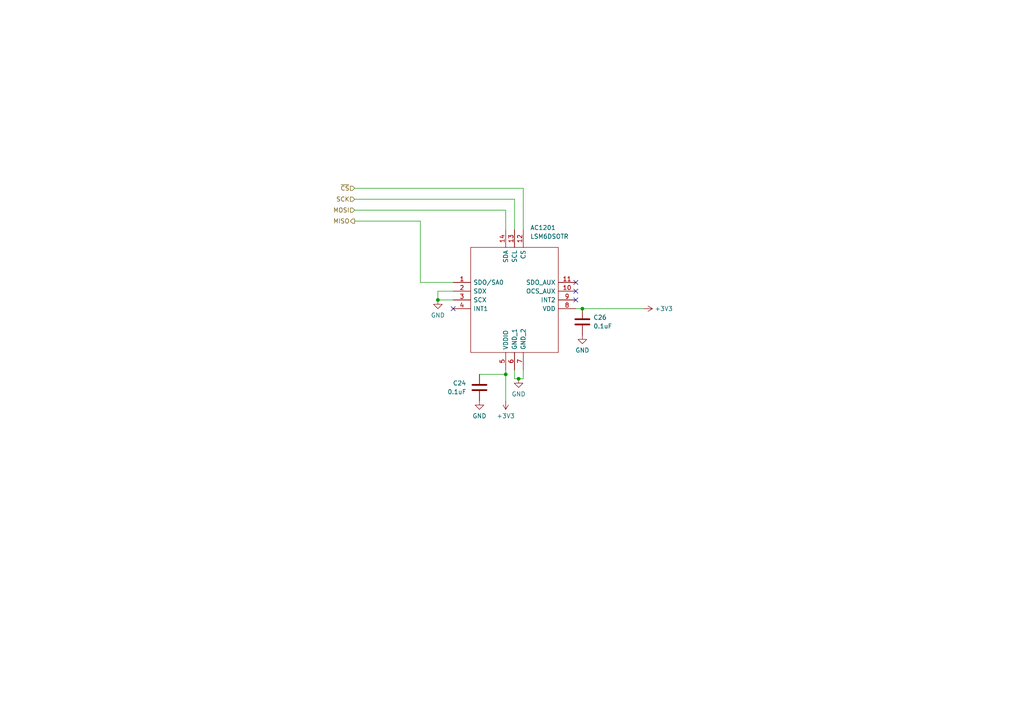
<source format=kicad_sch>
(kicad_sch (version 20230121) (generator eeschema)

  (uuid 122b5574-57fe-4d2d-80bf-3cabd28e7128)

  (paper "A4")

  (lib_symbols
    (symbol "Device:C" (pin_numbers hide) (pin_names (offset 0.254)) (in_bom yes) (on_board yes)
      (property "Reference" "C" (at 0.635 2.54 0)
        (effects (font (size 1.27 1.27)) (justify left))
      )
      (property "Value" "C" (at 0.635 -2.54 0)
        (effects (font (size 1.27 1.27)) (justify left))
      )
      (property "Footprint" "" (at 0.9652 -3.81 0)
        (effects (font (size 1.27 1.27)) hide)
      )
      (property "Datasheet" "~" (at 0 0 0)
        (effects (font (size 1.27 1.27)) hide)
      )
      (property "ki_keywords" "cap capacitor" (at 0 0 0)
        (effects (font (size 1.27 1.27)) hide)
      )
      (property "ki_description" "Unpolarized capacitor" (at 0 0 0)
        (effects (font (size 1.27 1.27)) hide)
      )
      (property "ki_fp_filters" "C_*" (at 0 0 0)
        (effects (font (size 1.27 1.27)) hide)
      )
      (symbol "C_0_1"
        (polyline
          (pts
            (xy -2.032 -0.762)
            (xy 2.032 -0.762)
          )
          (stroke (width 0.508) (type default))
          (fill (type none))
        )
        (polyline
          (pts
            (xy -2.032 0.762)
            (xy 2.032 0.762)
          )
          (stroke (width 0.508) (type default))
          (fill (type none))
        )
      )
      (symbol "C_1_1"
        (pin passive line (at 0 3.81 270) (length 2.794)
          (name "~" (effects (font (size 1.27 1.27))))
          (number "1" (effects (font (size 1.27 1.27))))
        )
        (pin passive line (at 0 -3.81 90) (length 2.794)
          (name "~" (effects (font (size 1.27 1.27))))
          (number "2" (effects (font (size 1.27 1.27))))
        )
      )
    )
    (symbol "LSM6DSOTR:LSM6DSOTR" (pin_names (offset 0.762)) (in_bom yes) (on_board yes)
      (property "Reference" "AC" (at 31.75 15.24 0)
        (effects (font (size 1.27 1.27)) (justify left))
      )
      (property "Value" "LSM6DSOTR" (at 31.75 12.7 0)
        (effects (font (size 1.27 1.27)) (justify left))
      )
      (property "Footprint" "LGA-14(2.5X3X0.86)" (at 31.75 10.16 0)
        (effects (font (size 1.27 1.27)) (justify left) hide)
      )
      (property "Datasheet" "https://www.st.com/resource/en/datasheet/lsm6dso.pdf" (at 31.75 7.62 0)
        (effects (font (size 1.27 1.27)) (justify left) hide)
      )
      (property "Description" "IMUs - Inertial Measurement Units iNEMO inertial module: 3D accelerometer and 3D gyroscope" (at 31.75 5.08 0)
        (effects (font (size 1.27 1.27)) (justify left) hide)
      )
      (property "Height" "" (at 31.75 2.54 0)
        (effects (font (size 1.27 1.27)) (justify left) hide)
      )
      (property "Mouser Part Number" "511-LSM6DSOTR" (at 31.75 0 0)
        (effects (font (size 1.27 1.27)) (justify left) hide)
      )
      (property "Mouser Price/Stock" "https://www.mouser.co.uk/ProductDetail/STMicroelectronics/LSM6DSOTR?qs=lc2O%252BfHJPVbD197C5c7oNw%3D%3D" (at 31.75 -2.54 0)
        (effects (font (size 1.27 1.27)) (justify left) hide)
      )
      (property "Manufacturer_Name" "STMicroelectronics" (at 31.75 -5.08 0)
        (effects (font (size 1.27 1.27)) (justify left) hide)
      )
      (property "Manufacturer_Part_Number" "LSM6DSOTR" (at 31.75 -7.62 0)
        (effects (font (size 1.27 1.27)) (justify left) hide)
      )
      (property "ki_description" "IMUs - Inertial Measurement Units iNEMO inertial module: 3D accelerometer and 3D gyroscope" (at 0 0 0)
        (effects (font (size 1.27 1.27)) hide)
      )
      (symbol "LSM6DSOTR_0_0"
        (pin passive line (at 0 0 0) (length 5.08)
          (name "SDO/SA0" (effects (font (size 1.27 1.27))))
          (number "1" (effects (font (size 1.27 1.27))))
        )
        (pin passive line (at 35.56 -2.54 180) (length 5.08)
          (name "OCS_AUX" (effects (font (size 1.27 1.27))))
          (number "10" (effects (font (size 1.27 1.27))))
        )
        (pin passive line (at 35.56 0 180) (length 5.08)
          (name "SDO_AUX" (effects (font (size 1.27 1.27))))
          (number "11" (effects (font (size 1.27 1.27))))
        )
        (pin passive line (at 20.32 15.24 270) (length 5.08)
          (name "CS" (effects (font (size 1.27 1.27))))
          (number "12" (effects (font (size 1.27 1.27))))
        )
        (pin passive line (at 17.78 15.24 270) (length 5.08)
          (name "SCL" (effects (font (size 1.27 1.27))))
          (number "13" (effects (font (size 1.27 1.27))))
        )
        (pin passive line (at 15.24 15.24 270) (length 5.08)
          (name "SDA" (effects (font (size 1.27 1.27))))
          (number "14" (effects (font (size 1.27 1.27))))
        )
        (pin passive line (at 0 -2.54 0) (length 5.08)
          (name "SDX" (effects (font (size 1.27 1.27))))
          (number "2" (effects (font (size 1.27 1.27))))
        )
        (pin passive line (at 0 -5.08 0) (length 5.08)
          (name "SCX" (effects (font (size 1.27 1.27))))
          (number "3" (effects (font (size 1.27 1.27))))
        )
        (pin passive line (at 0 -7.62 0) (length 5.08)
          (name "INT1" (effects (font (size 1.27 1.27))))
          (number "4" (effects (font (size 1.27 1.27))))
        )
        (pin passive line (at 15.24 -25.4 90) (length 5.08)
          (name "VDDIO" (effects (font (size 1.27 1.27))))
          (number "5" (effects (font (size 1.27 1.27))))
        )
        (pin passive line (at 17.78 -25.4 90) (length 5.08)
          (name "GND_1" (effects (font (size 1.27 1.27))))
          (number "6" (effects (font (size 1.27 1.27))))
        )
        (pin passive line (at 20.32 -25.4 90) (length 5.08)
          (name "GND_2" (effects (font (size 1.27 1.27))))
          (number "7" (effects (font (size 1.27 1.27))))
        )
        (pin passive line (at 35.56 -7.62 180) (length 5.08)
          (name "VDD" (effects (font (size 1.27 1.27))))
          (number "8" (effects (font (size 1.27 1.27))))
        )
        (pin passive line (at 35.56 -5.08 180) (length 5.08)
          (name "INT2" (effects (font (size 1.27 1.27))))
          (number "9" (effects (font (size 1.27 1.27))))
        )
      )
      (symbol "LSM6DSOTR_0_1"
        (polyline
          (pts
            (xy 5.08 10.16)
            (xy 30.48 10.16)
            (xy 30.48 -20.32)
            (xy 5.08 -20.32)
            (xy 5.08 10.16)
          )
          (stroke (width 0.1524) (type default))
          (fill (type none))
        )
      )
    )
    (symbol "power:+3.3V" (power) (pin_names (offset 0)) (in_bom yes) (on_board yes)
      (property "Reference" "#PWR" (at 0 -3.81 0)
        (effects (font (size 1.27 1.27)) hide)
      )
      (property "Value" "+3.3V" (at 0 3.556 0)
        (effects (font (size 1.27 1.27)))
      )
      (property "Footprint" "" (at 0 0 0)
        (effects (font (size 1.27 1.27)) hide)
      )
      (property "Datasheet" "" (at 0 0 0)
        (effects (font (size 1.27 1.27)) hide)
      )
      (property "ki_keywords" "power-flag" (at 0 0 0)
        (effects (font (size 1.27 1.27)) hide)
      )
      (property "ki_description" "Power symbol creates a global label with name \"+3.3V\"" (at 0 0 0)
        (effects (font (size 1.27 1.27)) hide)
      )
      (symbol "+3.3V_0_1"
        (polyline
          (pts
            (xy -0.762 1.27)
            (xy 0 2.54)
          )
          (stroke (width 0) (type default))
          (fill (type none))
        )
        (polyline
          (pts
            (xy 0 0)
            (xy 0 2.54)
          )
          (stroke (width 0) (type default))
          (fill (type none))
        )
        (polyline
          (pts
            (xy 0 2.54)
            (xy 0.762 1.27)
          )
          (stroke (width 0) (type default))
          (fill (type none))
        )
      )
      (symbol "+3.3V_1_1"
        (pin power_in line (at 0 0 90) (length 0) hide
          (name "+3V3" (effects (font (size 1.27 1.27))))
          (number "1" (effects (font (size 1.27 1.27))))
        )
      )
    )
    (symbol "power:GND" (power) (pin_names (offset 0)) (in_bom yes) (on_board yes)
      (property "Reference" "#PWR" (at 0 -6.35 0)
        (effects (font (size 1.27 1.27)) hide)
      )
      (property "Value" "GND" (at 0 -3.81 0)
        (effects (font (size 1.27 1.27)))
      )
      (property "Footprint" "" (at 0 0 0)
        (effects (font (size 1.27 1.27)) hide)
      )
      (property "Datasheet" "" (at 0 0 0)
        (effects (font (size 1.27 1.27)) hide)
      )
      (property "ki_keywords" "power-flag" (at 0 0 0)
        (effects (font (size 1.27 1.27)) hide)
      )
      (property "ki_description" "Power symbol creates a global label with name \"GND\" , ground" (at 0 0 0)
        (effects (font (size 1.27 1.27)) hide)
      )
      (symbol "GND_0_1"
        (polyline
          (pts
            (xy 0 0)
            (xy 0 -1.27)
            (xy 1.27 -1.27)
            (xy 0 -2.54)
            (xy -1.27 -1.27)
            (xy 0 -1.27)
          )
          (stroke (width 0) (type default))
          (fill (type none))
        )
      )
      (symbol "GND_1_1"
        (pin power_in line (at 0 0 270) (length 0) hide
          (name "GND" (effects (font (size 1.27 1.27))))
          (number "1" (effects (font (size 1.27 1.27))))
        )
      )
    )
  )

  (junction (at 168.91 89.535) (diameter 0) (color 0 0 0 0)
    (uuid 587a14f5-99e3-4259-a1a2-0ea21e8020a7)
  )
  (junction (at 146.685 108.585) (diameter 0) (color 0 0 0 0)
    (uuid 7a7c24ff-f1dd-4b3a-9199-a6c9881597ac)
  )
  (junction (at 127 86.995) (diameter 0) (color 0 0 0 0)
    (uuid 7c649ff3-2a4c-4094-9fef-ea7d8c1d5bde)
  )
  (junction (at 150.4144 109.855) (diameter 0) (color 0 0 0 0)
    (uuid 97ab056b-e561-4e01-bb96-6624460f1ab4)
  )

  (no_connect (at 167.005 84.455) (uuid 3b288f25-25c0-4dba-a43a-d303bd4db4fe))
  (no_connect (at 131.445 89.535) (uuid 8eacd8a8-5a09-4906-b6d8-a526b62a76e2))
  (no_connect (at 167.005 86.995) (uuid d589a1b8-04ff-49c3-a463-33cea4c5f6dd))
  (no_connect (at 167.005 81.915) (uuid fef84af1-9de6-44c0-86e8-ab3224861f0d))

  (wire (pts (xy 150.4144 109.855) (xy 151.765 109.855))
    (stroke (width 0) (type default))
    (uuid 0ee07019-de16-4136-8cfd-86ff14642573)
  )
  (wire (pts (xy 139.065 108.585) (xy 146.685 108.585))
    (stroke (width 0) (type default))
    (uuid 1f3de309-c0d1-462d-84e6-0ab7d66853ff)
  )
  (wire (pts (xy 149.225 109.855) (xy 150.4144 109.855))
    (stroke (width 0) (type default))
    (uuid 27c4c388-c37f-4782-8f0e-61ef82a58dc4)
  )
  (wire (pts (xy 121.92 64.135) (xy 121.92 81.915))
    (stroke (width 0) (type default))
    (uuid 3d4d6bf5-39e0-4c2d-b387-51fc1328ebcb)
  )
  (wire (pts (xy 131.445 84.455) (xy 127 84.455))
    (stroke (width 0) (type default))
    (uuid 42bd9432-1e6f-469c-9d33-0ff49bd627c1)
  )
  (wire (pts (xy 102.87 54.61) (xy 151.765 54.61))
    (stroke (width 0) (type default))
    (uuid 435ec9a7-a386-4167-bad3-6483cb51d0fa)
  )
  (wire (pts (xy 146.685 107.315) (xy 146.685 108.585))
    (stroke (width 0) (type default))
    (uuid 45f25ed4-46c4-40b6-9ba7-9a0a14bf3425)
  )
  (wire (pts (xy 131.445 81.915) (xy 121.92 81.915))
    (stroke (width 0) (type default))
    (uuid 4f9dce57-8fbb-4708-9e0a-ff189419259a)
  )
  (wire (pts (xy 102.87 64.135) (xy 121.92 64.135))
    (stroke (width 0) (type default))
    (uuid 54430de2-cae5-4803-a9f6-ef2b578e9cb3)
  )
  (wire (pts (xy 127 84.455) (xy 127 86.995))
    (stroke (width 0) (type default))
    (uuid 56d9ea47-5d2a-44db-bdec-851d034bc556)
  )
  (wire (pts (xy 149.225 57.785) (xy 149.225 66.675))
    (stroke (width 0) (type default))
    (uuid 64ed27a4-51f0-4b20-84de-8c2d2c9b88a0)
  )
  (wire (pts (xy 151.765 109.855) (xy 151.765 107.315))
    (stroke (width 0) (type default))
    (uuid 660cc50b-d1d4-4cd0-a0d2-ba878f077231)
  )
  (wire (pts (xy 146.685 108.585) (xy 146.685 116.205))
    (stroke (width 0) (type default))
    (uuid 71fe73fc-8075-441c-8e95-fd099398745c)
  )
  (wire (pts (xy 151.765 54.61) (xy 151.765 66.675))
    (stroke (width 0) (type default))
    (uuid 7cd6a122-5ead-4034-9989-efbb3d3d657b)
  )
  (wire (pts (xy 127 86.995) (xy 131.445 86.995))
    (stroke (width 0) (type default))
    (uuid 841ab25d-05e8-4ac8-ad86-c3351e9d4b0f)
  )
  (wire (pts (xy 167.005 89.535) (xy 168.91 89.535))
    (stroke (width 0) (type default))
    (uuid ac6b7c15-fbe9-4380-9c3c-f3b94b2f6951)
  )
  (wire (pts (xy 102.87 60.96) (xy 146.685 60.96))
    (stroke (width 0) (type default))
    (uuid b57d9ec0-01b7-46ef-a3a1-e912f43da88b)
  )
  (wire (pts (xy 149.225 107.315) (xy 149.225 109.855))
    (stroke (width 0) (type default))
    (uuid cb64cd9f-7835-4bf6-b281-23aa8aa4b16c)
  )
  (wire (pts (xy 168.91 89.535) (xy 186.69 89.535))
    (stroke (width 0) (type default))
    (uuid da476fcc-9bb4-4955-a58e-925bd25f9be7)
  )
  (wire (pts (xy 102.87 57.785) (xy 149.225 57.785))
    (stroke (width 0) (type default))
    (uuid e4df0ce8-7602-4170-895e-cc2083b6cd75)
  )
  (wire (pts (xy 146.685 66.675) (xy 146.685 60.96))
    (stroke (width 0) (type default))
    (uuid efa12586-e6ff-469e-8a04-e1cce09b0a09)
  )

  (hierarchical_label "~{CS}" (shape input) (at 102.87 54.61 180) (fields_autoplaced)
    (effects (font (size 1.27 1.27)) (justify right))
    (uuid 0e9f437d-25af-445e-89fc-100a74c6ea0f)
  )
  (hierarchical_label "MISO" (shape output) (at 102.87 64.135 180) (fields_autoplaced)
    (effects (font (size 1.27 1.27)) (justify right))
    (uuid 4e8002da-9307-48cc-881d-31945611ab6d)
  )
  (hierarchical_label "SCK" (shape input) (at 102.87 57.785 180) (fields_autoplaced)
    (effects (font (size 1.27 1.27)) (justify right))
    (uuid 71793673-03d3-404f-9d8a-8bb47d8539c0)
  )
  (hierarchical_label "MOSI" (shape input) (at 102.87 60.96 180) (fields_autoplaced)
    (effects (font (size 1.27 1.27)) (justify right))
    (uuid f2f33b9e-a36e-40e6-b575-0eae135de068)
  )

  (symbol (lib_id "power:GND") (at 150.4144 109.855 0) (unit 1)
    (in_bom yes) (on_board yes) (dnp no) (fields_autoplaced)
    (uuid 0966f3d0-9eae-42d9-8917-f3cf099b5dcd)
    (property "Reference" "#PWR0177" (at 150.4144 116.205 0)
      (effects (font (size 1.27 1.27)) hide)
    )
    (property "Value" "GND" (at 150.4144 114.3 0)
      (effects (font (size 1.27 1.27)))
    )
    (property "Footprint" "" (at 150.4144 109.855 0)
      (effects (font (size 1.27 1.27)) hide)
    )
    (property "Datasheet" "" (at 150.4144 109.855 0)
      (effects (font (size 1.27 1.27)) hide)
    )
    (pin "1" (uuid 5521d208-d2c6-4c3c-9b31-e7bfcae73d77))
    (instances
      (project "OM Landroid MB"
        (path "/c454102f-dc92-4550-9492-797fc8e6b49c/df7e4e30-b8d5-4f4b-a24f-39298e982d26"
          (reference "#PWR0177") (unit 1)
        )
      )
    )
  )

  (symbol (lib_id "LSM6DSOTR:LSM6DSOTR") (at 131.445 81.915 0) (unit 1)
    (in_bom yes) (on_board yes) (dnp no) (fields_autoplaced)
    (uuid 20ea7891-ebd9-4567-9575-2340b0b374c4)
    (property "Reference" "AC1201" (at 153.7844 66.04 0)
      (effects (font (size 1.27 1.27)) (justify left))
    )
    (property "Value" "LSM6DSOTR" (at 153.7844 68.58 0)
      (effects (font (size 1.27 1.27)) (justify left))
    )
    (property "Footprint" "MyModules:LGA-14_2.5X3X0.86_" (at 163.195 71.755 0)
      (effects (font (size 1.27 1.27)) (justify left) hide)
    )
    (property "Datasheet" "https://www.st.com/resource/en/datasheet/lsm6dso.pdf" (at 163.195 74.295 0)
      (effects (font (size 1.27 1.27)) (justify left) hide)
    )
    (property "Description" "IMUs - Inertial Measurement Units iNEMO inertial module: 3D accelerometer and 3D gyroscope" (at 163.195 76.835 0)
      (effects (font (size 1.27 1.27)) (justify left) hide)
    )
    (property "Height" "" (at 163.195 79.375 0)
      (effects (font (size 1.27 1.27)) (justify left) hide)
    )
    (property "Mouser" "511-LSM6DSOTR" (at 163.195 81.915 0)
      (effects (font (size 1.27 1.27)) (justify left) hide)
    )
    (property "PartNr" "" (at 163.195 89.535 0)
      (effects (font (size 1.27 1.27)) (justify left) hide)
    )
    (property "Digikey" "497-18181-1-ND" (at 131.445 81.915 0)
      (effects (font (size 1.27 1.27)) hide)
    )
    (property "Part Number" "LSM6DSOTR" (at 131.445 81.915 0)
      (effects (font (size 1.27 1.27)) hide)
    )
    (property "LCSC" "C2655100" (at 131.445 81.915 0)
      (effects (font (size 1.27 1.27)) hide)
    )
    (pin "1" (uuid d5b8ca7b-f430-46a0-9b6d-6791f434588e))
    (pin "10" (uuid e8fa7f68-ed8d-4b67-b0dc-996ed90c9173))
    (pin "11" (uuid 1fe3aa70-519f-4bca-abc5-9be0e52e2b95))
    (pin "12" (uuid 87f9e648-eebe-4ebd-a675-2204a42b1acd))
    (pin "13" (uuid 7e2de9d7-4ebe-4222-99c2-b8d9d808f37f))
    (pin "14" (uuid ab0d2fa5-352e-4e14-9893-89620dda562f))
    (pin "2" (uuid 132fe20c-4fb3-4418-b5e1-017fe95b611d))
    (pin "3" (uuid 23da2431-deeb-4387-8a50-d69028a45c48))
    (pin "4" (uuid 6be63b24-87db-4ec7-8d78-c79e6c33f457))
    (pin "5" (uuid 7445609d-0275-46a0-ae8d-4ecefe81bf35))
    (pin "6" (uuid 620334f7-d24f-41c0-8edb-da37b980f543))
    (pin "7" (uuid 2905327e-0f03-423f-b229-75d84f7e6ebe))
    (pin "8" (uuid ccec67ed-bbd9-4359-9ba1-3ab6f34fd502))
    (pin "9" (uuid 9494dbd4-dae7-4a66-bf50-8429f8123b9a))
    (instances
      (project "OM Landroid MB"
        (path "/c454102f-dc92-4550-9492-797fc8e6b49c/df7e4e30-b8d5-4f4b-a24f-39298e982d26"
          (reference "AC1201") (unit 1)
        )
      )
    )
  )

  (symbol (lib_id "Device:C") (at 139.065 112.395 0) (unit 1)
    (in_bom yes) (on_board yes) (dnp no) (fields_autoplaced)
    (uuid 45a477b6-317e-43b5-8f71-5932f990af4b)
    (property "Reference" "C24" (at 135.255 111.1249 0)
      (effects (font (size 1.27 1.27)) (justify right))
    )
    (property "Value" "0.1uF" (at 135.255 113.6649 0)
      (effects (font (size 1.27 1.27)) (justify right))
    )
    (property "Footprint" "Capacitor_SMD:C_0603_1608Metric" (at 140.0302 116.205 0)
      (effects (font (size 1.27 1.27)) hide)
    )
    (property "Datasheet" "~" (at 139.065 112.395 0)
      (effects (font (size 1.27 1.27)) hide)
    )
    (property "Digikey" "1276-1935-1-ND" (at 139.065 112.395 0)
      (effects (font (size 1.27 1.27)) hide)
    )
    (property "Part Number" "CL10B104KC8NNNC" (at 139.065 112.395 0)
      (effects (font (size 1.27 1.27)) hide)
    )
    (property "Stock_PN" "C-603-.1uF-100V-X7R" (at 139.065 112.395 0)
      (effects (font (size 1.27 1.27)) hide)
    )
    (property "LCSC" "C15725" (at 139.065 112.395 0)
      (effects (font (size 1.27 1.27)) hide)
    )
    (pin "1" (uuid 2c75854b-06d0-48b4-ba06-d436f193bc60))
    (pin "2" (uuid f3f03d0a-3ad3-4750-add2-9ee2175e2837))
    (instances
      (project "OM Landroid MB"
        (path "/c454102f-dc92-4550-9492-797fc8e6b49c/df7e4e30-b8d5-4f4b-a24f-39298e982d26"
          (reference "C24") (unit 1)
        )
      )
    )
  )

  (symbol (lib_id "power:GND") (at 139.065 116.205 0) (unit 1)
    (in_bom yes) (on_board yes) (dnp no) (fields_autoplaced)
    (uuid 5a042dfd-7d2a-4e95-adb2-8e467f16bb43)
    (property "Reference" "#PWR0107" (at 139.065 122.555 0)
      (effects (font (size 1.27 1.27)) hide)
    )
    (property "Value" "GND" (at 139.065 120.65 0)
      (effects (font (size 1.27 1.27)))
    )
    (property "Footprint" "" (at 139.065 116.205 0)
      (effects (font (size 1.27 1.27)) hide)
    )
    (property "Datasheet" "" (at 139.065 116.205 0)
      (effects (font (size 1.27 1.27)) hide)
    )
    (pin "1" (uuid de97c68e-326c-44b2-9b97-2e8601285917))
    (instances
      (project "OM Landroid MB"
        (path "/c454102f-dc92-4550-9492-797fc8e6b49c/df7e4e30-b8d5-4f4b-a24f-39298e982d26"
          (reference "#PWR0107") (unit 1)
        )
      )
    )
  )

  (symbol (lib_id "power:+3.3V") (at 146.685 116.205 180) (unit 1)
    (in_bom yes) (on_board yes) (dnp no) (fields_autoplaced)
    (uuid 637ea652-0e4e-4353-be2d-cb681f145f33)
    (property "Reference" "#PWR0143" (at 146.685 112.395 0)
      (effects (font (size 1.27 1.27)) hide)
    )
    (property "Value" "+3.3V" (at 146.685 120.65 0)
      (effects (font (size 1.27 1.27)))
    )
    (property "Footprint" "" (at 146.685 116.205 0)
      (effects (font (size 1.27 1.27)) hide)
    )
    (property "Datasheet" "" (at 146.685 116.205 0)
      (effects (font (size 1.27 1.27)) hide)
    )
    (pin "1" (uuid 24949ee4-5989-46f3-b10d-98674dfd2ec2))
    (instances
      (project "OM Landroid MB"
        (path "/c454102f-dc92-4550-9492-797fc8e6b49c/df7e4e30-b8d5-4f4b-a24f-39298e982d26"
          (reference "#PWR0143") (unit 1)
        )
      )
    )
  )

  (symbol (lib_id "power:GND") (at 168.91 97.155 0) (unit 1)
    (in_bom yes) (on_board yes) (dnp no) (fields_autoplaced)
    (uuid 810a9552-1bf5-4c08-8dd5-b32f41caec6c)
    (property "Reference" "#PWR0183" (at 168.91 103.505 0)
      (effects (font (size 1.27 1.27)) hide)
    )
    (property "Value" "GND" (at 168.91 101.6 0)
      (effects (font (size 1.27 1.27)))
    )
    (property "Footprint" "" (at 168.91 97.155 0)
      (effects (font (size 1.27 1.27)) hide)
    )
    (property "Datasheet" "" (at 168.91 97.155 0)
      (effects (font (size 1.27 1.27)) hide)
    )
    (pin "1" (uuid 358c7a54-6d21-417b-9c24-5eb928e9c466))
    (instances
      (project "OM Landroid MB"
        (path "/c454102f-dc92-4550-9492-797fc8e6b49c/df7e4e30-b8d5-4f4b-a24f-39298e982d26"
          (reference "#PWR0183") (unit 1)
        )
      )
    )
  )

  (symbol (lib_id "power:+3.3V") (at 186.69 89.535 270) (unit 1)
    (in_bom yes) (on_board yes) (dnp no) (fields_autoplaced)
    (uuid 9759ae48-da05-43f5-86ec-7efc2c03a515)
    (property "Reference" "#PWR0180" (at 182.88 89.535 0)
      (effects (font (size 1.27 1.27)) hide)
    )
    (property "Value" "+3.3V" (at 189.865 89.5349 90)
      (effects (font (size 1.27 1.27)) (justify left))
    )
    (property "Footprint" "" (at 186.69 89.535 0)
      (effects (font (size 1.27 1.27)) hide)
    )
    (property "Datasheet" "" (at 186.69 89.535 0)
      (effects (font (size 1.27 1.27)) hide)
    )
    (pin "1" (uuid 99227985-0835-4677-b8b1-225db3fc2127))
    (instances
      (project "OM Landroid MB"
        (path "/c454102f-dc92-4550-9492-797fc8e6b49c/df7e4e30-b8d5-4f4b-a24f-39298e982d26"
          (reference "#PWR0180") (unit 1)
        )
      )
    )
  )

  (symbol (lib_id "Device:C") (at 168.91 93.345 0) (unit 1)
    (in_bom yes) (on_board yes) (dnp no) (fields_autoplaced)
    (uuid a8dd651f-20d1-48a7-8421-6566cf2cb050)
    (property "Reference" "C26" (at 172.085 92.0749 0)
      (effects (font (size 1.27 1.27)) (justify left))
    )
    (property "Value" "0.1uF" (at 172.085 94.6149 0)
      (effects (font (size 1.27 1.27)) (justify left))
    )
    (property "Footprint" "Capacitor_SMD:C_0603_1608Metric" (at 169.8752 97.155 0)
      (effects (font (size 1.27 1.27)) hide)
    )
    (property "Datasheet" "~" (at 168.91 93.345 0)
      (effects (font (size 1.27 1.27)) hide)
    )
    (property "Digikey" "1276-1935-1-ND" (at 168.91 93.345 0)
      (effects (font (size 1.27 1.27)) hide)
    )
    (property "Part Number" "CL10B104KC8NNNC" (at 168.91 93.345 0)
      (effects (font (size 1.27 1.27)) hide)
    )
    (property "Stock_PN" "C-603-.1uF-100V-X7R" (at 168.91 93.345 0)
      (effects (font (size 1.27 1.27)) hide)
    )
    (property "LCSC" "C15725" (at 168.91 93.345 0)
      (effects (font (size 1.27 1.27)) hide)
    )
    (pin "1" (uuid a4c426eb-65cf-4c74-8246-10c2079e50b3))
    (pin "2" (uuid 1e142e4a-f4af-4a8d-aaf2-6c885a1fe4b6))
    (instances
      (project "OM Landroid MB"
        (path "/c454102f-dc92-4550-9492-797fc8e6b49c/df7e4e30-b8d5-4f4b-a24f-39298e982d26"
          (reference "C26") (unit 1)
        )
      )
    )
  )

  (symbol (lib_id "power:GND") (at 127 86.995 0) (unit 1)
    (in_bom yes) (on_board yes) (dnp no) (fields_autoplaced)
    (uuid e8cfb72f-bd63-4fcd-b136-7ee19c7b3233)
    (property "Reference" "#PWR0106" (at 127 93.345 0)
      (effects (font (size 1.27 1.27)) hide)
    )
    (property "Value" "GND" (at 127 91.44 0)
      (effects (font (size 1.27 1.27)))
    )
    (property "Footprint" "" (at 127 86.995 0)
      (effects (font (size 1.27 1.27)) hide)
    )
    (property "Datasheet" "" (at 127 86.995 0)
      (effects (font (size 1.27 1.27)) hide)
    )
    (pin "1" (uuid 8db0cf0f-80b2-4b68-ba37-d391413b9916))
    (instances
      (project "OM Landroid MB"
        (path "/c454102f-dc92-4550-9492-797fc8e6b49c/df7e4e30-b8d5-4f4b-a24f-39298e982d26"
          (reference "#PWR0106") (unit 1)
        )
      )
    )
  )
)

</source>
